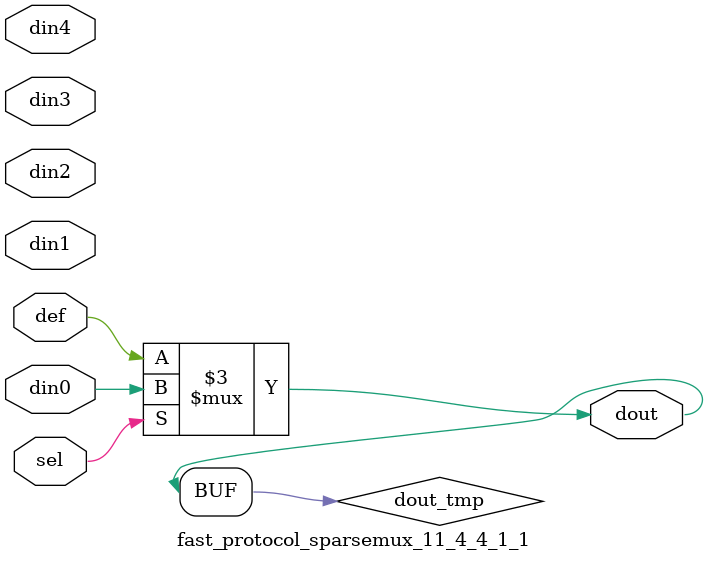
<source format=v>
`timescale 1ns / 1ps

module fast_protocol_sparsemux_11_4_4_1_1 (din0,din1,din2,din3,din4,def,sel,dout);

parameter din0_WIDTH = 1;

parameter din1_WIDTH = 1;

parameter din2_WIDTH = 1;

parameter din3_WIDTH = 1;

parameter din4_WIDTH = 1;

parameter def_WIDTH = 1;
parameter sel_WIDTH = 1;
parameter dout_WIDTH = 1;

parameter [sel_WIDTH-1:0] CASE0 = 1;

parameter [sel_WIDTH-1:0] CASE1 = 1;

parameter [sel_WIDTH-1:0] CASE2 = 1;

parameter [sel_WIDTH-1:0] CASE3 = 1;

parameter [sel_WIDTH-1:0] CASE4 = 1;

parameter ID = 1;
parameter NUM_STAGE = 1;



input [din0_WIDTH-1:0] din0;

input [din1_WIDTH-1:0] din1;

input [din2_WIDTH-1:0] din2;

input [din3_WIDTH-1:0] din3;

input [din4_WIDTH-1:0] din4;

input [def_WIDTH-1:0] def;
input [sel_WIDTH-1:0] sel;

output [dout_WIDTH-1:0] dout;



reg [dout_WIDTH-1:0] dout_tmp;


always @ (*) begin
(* parallel_case *) case (sel)
    
    CASE0 : dout_tmp = din0;
    
    CASE1 : dout_tmp = din1;
    
    CASE2 : dout_tmp = din2;
    
    CASE3 : dout_tmp = din3;
    
    CASE4 : dout_tmp = din4;
    
    default : dout_tmp = def;
endcase
end


assign dout = dout_tmp;



endmodule

</source>
